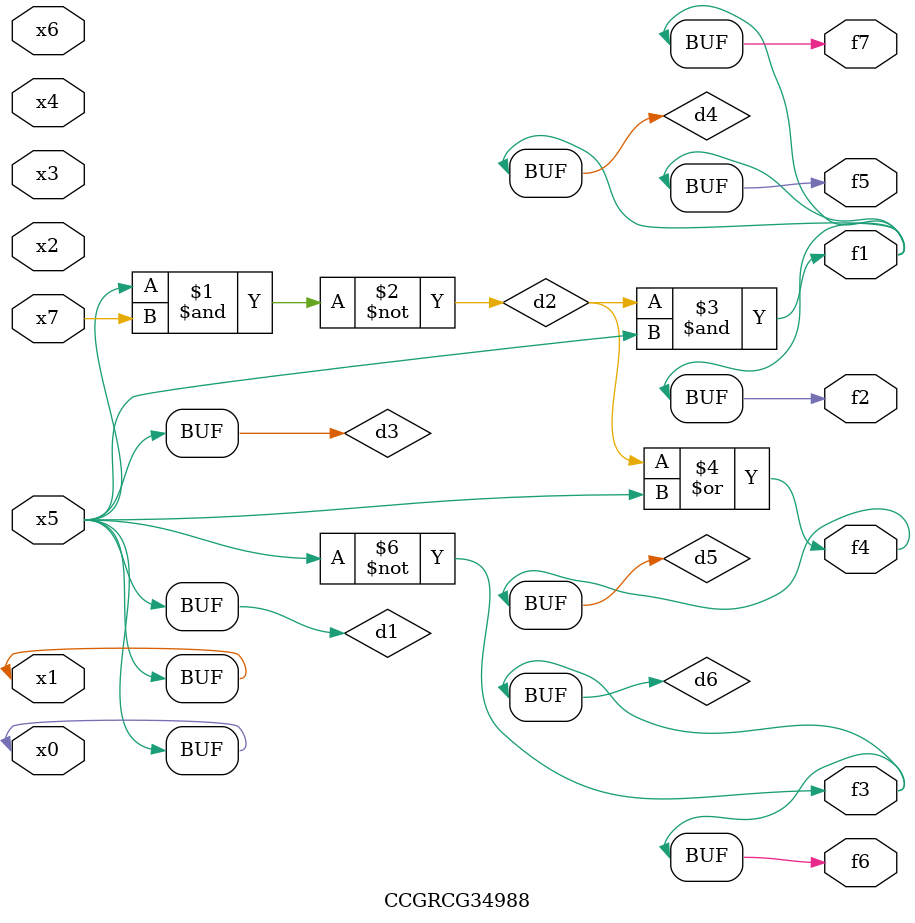
<source format=v>
module CCGRCG34988(
	input x0, x1, x2, x3, x4, x5, x6, x7,
	output f1, f2, f3, f4, f5, f6, f7
);

	wire d1, d2, d3, d4, d5, d6;

	buf (d1, x0, x5);
	nand (d2, x5, x7);
	buf (d3, x0, x1);
	and (d4, d2, d3);
	or (d5, d2, d3);
	nor (d6, d1, d3);
	assign f1 = d4;
	assign f2 = d4;
	assign f3 = d6;
	assign f4 = d5;
	assign f5 = d4;
	assign f6 = d6;
	assign f7 = d4;
endmodule

</source>
